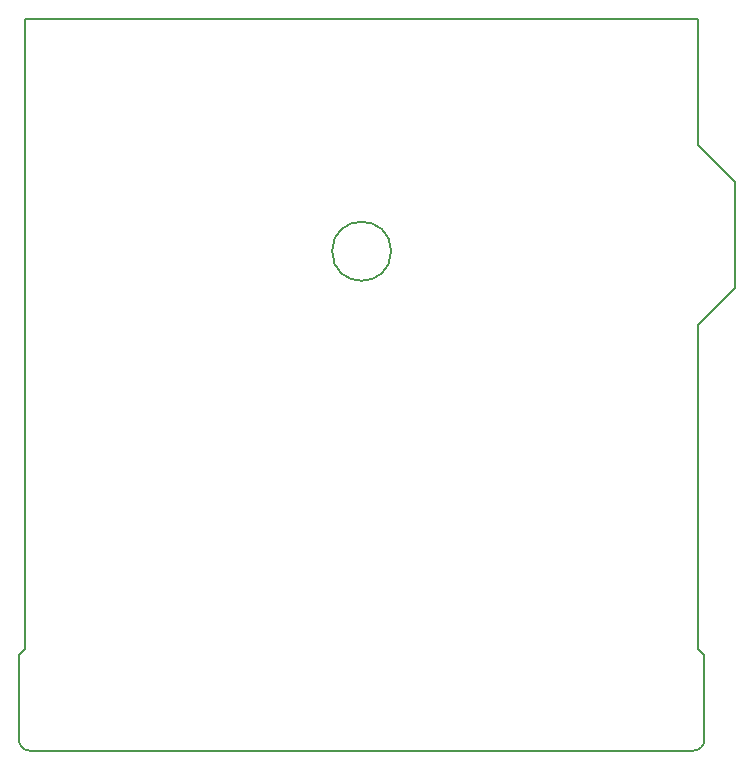
<source format=gm1>
G04 #@! TF.GenerationSoftware,KiCad,Pcbnew,5.1.5+dfsg1-2build2*
G04 #@! TF.CreationDate,2020-05-22T20:54:53+02:00*
G04 #@! TF.ProjectId,KungFuFlash,4b756e67-4675-4466-9c61-73682e6b6963,1*
G04 #@! TF.SameCoordinates,Original*
G04 #@! TF.FileFunction,Profile,NP*
%FSLAX46Y46*%
G04 Gerber Fmt 4.6, Leading zero omitted, Abs format (unit mm)*
G04 Created by KiCad (PCBNEW 5.1.5+dfsg1-2build2) date 2020-05-22 20:54:53*
%MOMM*%
%LPD*%
G04 APERTURE LIST*
%ADD10C,0.150000*%
G04 APERTURE END LIST*
D10*
X107398770Y-87884000D02*
G75*
G03X107398770Y-87884000I-2496770J0D01*
G01*
X133413500Y-94107000D02*
X133413500Y-121539000D01*
X133413500Y-68199000D02*
X133413500Y-78867000D01*
X136525000Y-90995500D02*
X133413500Y-94107000D01*
X136525000Y-81978500D02*
X136525000Y-90995500D01*
X133413500Y-78867000D02*
X136525000Y-81978500D01*
X76390500Y-121539000D02*
X76390500Y-68199000D01*
X75882500Y-122047000D02*
X76390500Y-121539000D01*
X133921500Y-122047000D02*
X133413500Y-121539000D01*
X133921500Y-129222500D02*
G75*
G02X132969000Y-130175000I-952500J0D01*
G01*
X76835000Y-130175000D02*
G75*
G02X75882500Y-129222500I0J952500D01*
G01*
X75882500Y-129222500D02*
X75882500Y-122047000D01*
X132969000Y-130175000D02*
X76835000Y-130175000D01*
X133921500Y-122047000D02*
X133921500Y-129222500D01*
X76390500Y-68199000D02*
X133413500Y-68199000D01*
M02*

</source>
